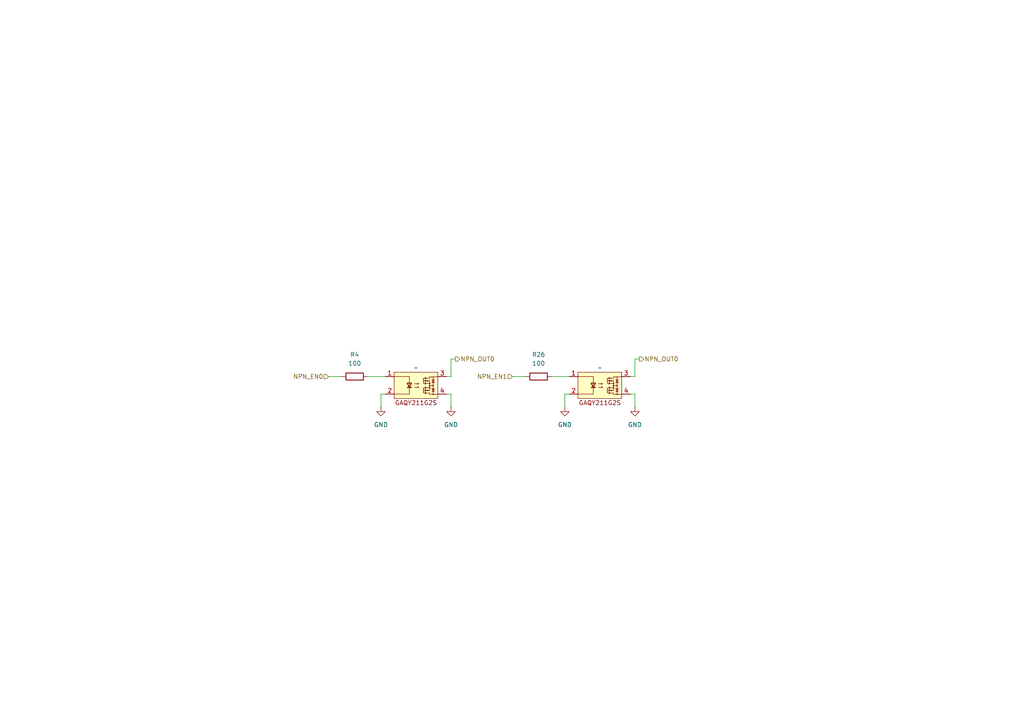
<source format=kicad_sch>
(kicad_sch
	(version 20250114)
	(generator "eeschema")
	(generator_version "9.0")
	(uuid "3e837694-2c7a-4ebe-97f6-8a4d7e3f262e")
	(paper "A4")
	(lib_symbols
		(symbol "Device:R"
			(pin_numbers
				(hide yes)
			)
			(pin_names
				(offset 0)
			)
			(exclude_from_sim no)
			(in_bom yes)
			(on_board yes)
			(property "Reference" "R"
				(at 2.032 0 90)
				(effects
					(font
						(size 1.27 1.27)
					)
				)
			)
			(property "Value" "R"
				(at 0 0 90)
				(effects
					(font
						(size 1.27 1.27)
					)
				)
			)
			(property "Footprint" ""
				(at -1.778 0 90)
				(effects
					(font
						(size 1.27 1.27)
					)
					(hide yes)
				)
			)
			(property "Datasheet" "~"
				(at 0 0 0)
				(effects
					(font
						(size 1.27 1.27)
					)
					(hide yes)
				)
			)
			(property "Description" "Resistor"
				(at 0 0 0)
				(effects
					(font
						(size 1.27 1.27)
					)
					(hide yes)
				)
			)
			(property "ki_keywords" "R res resistor"
				(at 0 0 0)
				(effects
					(font
						(size 1.27 1.27)
					)
					(hide yes)
				)
			)
			(property "ki_fp_filters" "R_*"
				(at 0 0 0)
				(effects
					(font
						(size 1.27 1.27)
					)
					(hide yes)
				)
			)
			(symbol "R_0_1"
				(rectangle
					(start -1.016 -2.54)
					(end 1.016 2.54)
					(stroke
						(width 0.254)
						(type default)
					)
					(fill
						(type none)
					)
				)
			)
			(symbol "R_1_1"
				(pin passive line
					(at 0 3.81 270)
					(length 1.27)
					(name "~"
						(effects
							(font
								(size 1.27 1.27)
							)
						)
					)
					(number "1"
						(effects
							(font
								(size 1.27 1.27)
							)
						)
					)
				)
				(pin passive line
					(at 0 -3.81 90)
					(length 1.27)
					(name "~"
						(effects
							(font
								(size 1.27 1.27)
							)
						)
					)
					(number "2"
						(effects
							(font
								(size 1.27 1.27)
							)
						)
					)
				)
			)
			(embedded_fonts no)
		)
		(symbol "Riqi_Parts:GAQY211G2S"
			(exclude_from_sim no)
			(in_bom yes)
			(on_board yes)
			(property "Reference" "U"
				(at 0 0 0)
				(effects
					(font
						(size 1.27 1.27)
					)
				)
			)
			(property "Value" ""
				(at 0 0 0)
				(effects
					(font
						(size 1.27 1.27)
					)
				)
			)
			(property "Footprint" "Package_SO:SO-4_4.4x4.3mm_P2.54mm"
				(at 0 0 0)
				(effects
					(font
						(size 1.27 1.27)
					)
					(hide yes)
				)
			)
			(property "Datasheet" "https://lcsc.com/datasheet/lcsc_datasheet_2411220035_SUPSiC-GAQY211G2S_C7435104.pdf"
				(at 0 0 0)
				(effects
					(font
						(size 1.27 1.27)
					)
					(hide yes)
				)
			)
			(property "Description" ""
				(at 0 0 0)
				(effects
					(font
						(size 1.27 1.27)
					)
					(hide yes)
				)
			)
			(symbol "GAQY211G2S_0_1"
				(polyline
					(pts
						(xy -2.54 -2.54) (xy 1.905 -2.54) (xy 1.905 -4.445)
					)
					(stroke
						(width 0)
						(type default)
					)
					(fill
						(type none)
					)
				)
				(polyline
					(pts
						(xy 1.27 -5.715) (xy 2.54 -5.715)
					)
					(stroke
						(width 0.254)
						(type default)
					)
					(fill
						(type none)
					)
				)
				(polyline
					(pts
						(xy 1.905 -4.191) (xy 1.905 -7.62) (xy -2.54 -7.62)
					)
					(stroke
						(width 0)
						(type default)
					)
					(fill
						(type none)
					)
				)
				(polyline
					(pts
						(xy 1.905 -5.715) (xy 1.27 -4.445) (xy 2.54 -4.445) (xy 1.905 -5.715)
					)
					(stroke
						(width 0.254)
						(type default)
					)
					(fill
						(type none)
					)
				)
				(polyline
					(pts
						(xy 3.4016 -4.6346) (xy 4.6716 -4.6346) (xy 4.2906 -4.7616) (xy 4.2906 -4.5076) (xy 4.6716 -4.6346)
					)
					(stroke
						(width 0)
						(type default)
					)
					(fill
						(type none)
					)
				)
				(polyline
					(pts
						(xy 3.4016 -5.6506) (xy 4.6716 -5.6506) (xy 4.2906 -5.7776) (xy 4.2906 -5.5236) (xy 4.6716 -5.6506)
					)
					(stroke
						(width 0)
						(type default)
					)
					(fill
						(type none)
					)
				)
				(polyline
					(pts
						(xy 6.004 -3.0018) (xy 6.004 -4.5258)
					)
					(stroke
						(width 0.2032)
						(type default)
					)
					(fill
						(type none)
					)
				)
				(polyline
					(pts
						(xy 6.004 -5.7958) (xy 6.004 -7.3198)
					)
					(stroke
						(width 0.2032)
						(type default)
					)
					(fill
						(type none)
					)
				)
				(polyline
					(pts
						(xy 6.512 -2.8748) (xy 6.512 -3.1288) (xy 6.512 -3.1288)
					)
					(stroke
						(width 0.3556)
						(type default)
					)
					(fill
						(type none)
					)
				)
				(polyline
					(pts
						(xy 6.512 -3.6368) (xy 6.512 -3.8908) (xy 6.512 -3.8908)
					)
					(stroke
						(width 0.3556)
						(type default)
					)
					(fill
						(type none)
					)
				)
				(polyline
					(pts
						(xy 6.512 -4.3988) (xy 6.512 -4.6528) (xy 6.512 -4.6528)
					)
					(stroke
						(width 0.3556)
						(type default)
					)
					(fill
						(type none)
					)
				)
				(polyline
					(pts
						(xy 6.512 -5.6688) (xy 6.512 -5.9228)
					)
					(stroke
						(width 0.3556)
						(type default)
					)
					(fill
						(type none)
					)
				)
				(polyline
					(pts
						(xy 6.512 -6.4308) (xy 6.512 -6.6848) (xy 6.512 -6.6848)
					)
					(stroke
						(width 0.3556)
						(type default)
					)
					(fill
						(type none)
					)
				)
				(polyline
					(pts
						(xy 6.512 -7.1928) (xy 6.512 -7.4468) (xy 6.512 -7.4468)
					)
					(stroke
						(width 0.3556)
						(type default)
					)
					(fill
						(type none)
					)
				)
				(polyline
					(pts
						(xy 6.639 -3.0018) (xy 7.782 -3.0018) (xy 7.782 -2.6208) (xy 10.068 -2.6208)
					)
					(stroke
						(width 0)
						(type default)
					)
					(fill
						(type none)
					)
				)
				(polyline
					(pts
						(xy 6.639 -3.7638) (xy 7.782 -3.7638) (xy 7.782 -4.5258)
					)
					(stroke
						(width 0)
						(type default)
					)
					(fill
						(type none)
					)
				)
				(polyline
					(pts
						(xy 6.639 -5.7958) (xy 7.782 -5.7958) (xy 7.782 -4.5258) (xy 6.639 -4.5258)
					)
					(stroke
						(width 0)
						(type default)
					)
					(fill
						(type none)
					)
				)
				(polyline
					(pts
						(xy 6.639 -6.5578) (xy 7.782 -6.5578) (xy 7.782 -5.7958)
					)
					(stroke
						(width 0)
						(type default)
					)
					(fill
						(type none)
					)
				)
				(polyline
					(pts
						(xy 6.639 -7.3198) (xy 7.782 -7.3198) (xy 7.782 -7.7008) (xy 10.068 -7.7008)
					)
					(stroke
						(width 0)
						(type default)
					)
					(fill
						(type none)
					)
				)
				(polyline
					(pts
						(xy 6.766 -3.7638) (xy 7.274 -3.6368) (xy 7.274 -3.8908) (xy 6.766 -3.7638)
					)
					(stroke
						(width 0)
						(type default)
					)
					(fill
						(type none)
					)
				)
				(polyline
					(pts
						(xy 6.766 -6.5578) (xy 7.274 -6.4308) (xy 7.274 -6.6848) (xy 6.766 -6.5578)
					)
					(stroke
						(width 0)
						(type default)
					)
					(fill
						(type none)
					)
				)
				(circle
					(center 7.782 -4.5258)
					(radius 0.127)
					(stroke
						(width 0)
						(type default)
					)
					(fill
						(type none)
					)
				)
				(polyline
					(pts
						(xy 7.782 -5.1608) (xy 8.798 -5.1608)
					)
					(stroke
						(width 0)
						(type default)
					)
					(fill
						(type none)
					)
				)
				(circle
					(center 7.782 -5.1608)
					(radius 0.127)
					(stroke
						(width 0)
						(type default)
					)
					(fill
						(type none)
					)
				)
				(circle
					(center 7.782 -5.7958)
					(radius 0.127)
					(stroke
						(width 0)
						(type default)
					)
					(fill
						(type none)
					)
				)
				(polyline
					(pts
						(xy 8.417 -3.5098) (xy 9.179 -3.5098)
					)
					(stroke
						(width 0)
						(type default)
					)
					(fill
						(type none)
					)
				)
				(polyline
					(pts
						(xy 8.417 -6.8118) (xy 9.179 -6.8118)
					)
					(stroke
						(width 0)
						(type default)
					)
					(fill
						(type none)
					)
				)
				(polyline
					(pts
						(xy 8.798 -3.5098) (xy 8.417 -4.2718) (xy 9.179 -4.2718) (xy 8.798 -3.5098)
					)
					(stroke
						(width 0)
						(type default)
					)
					(fill
						(type none)
					)
				)
				(circle
					(center 8.798 -5.1608)
					(radius 0.127)
					(stroke
						(width 0)
						(type default)
					)
					(fill
						(type none)
					)
				)
				(polyline
					(pts
						(xy 8.798 -6.8118) (xy 8.417 -6.0498) (xy 9.179 -6.0498) (xy 8.798 -6.8118)
					)
					(stroke
						(width 0)
						(type default)
					)
					(fill
						(type none)
					)
				)
				(polyline
					(pts
						(xy 8.798 -7.7008) (xy 8.798 -2.6208)
					)
					(stroke
						(width 0)
						(type default)
					)
					(fill
						(type none)
					)
				)
				(circle
					(center 8.798 -7.7008)
					(radius 0.127)
					(stroke
						(width 0)
						(type default)
					)
					(fill
						(type none)
					)
				)
			)
			(symbol "GAQY211G2S_1_1"
				(rectangle
					(start -2.54 -1.27)
					(end 10.16 -8.89)
					(stroke
						(width 0)
						(type solid)
					)
					(fill
						(type background)
					)
				)
				(text "GAQY211G2S\n"
					(at 3.81 -10.16 0)
					(effects
						(font
							(size 1.27 1.27)
						)
					)
				)
				(pin input line
					(at -5.08 -2.54 0)
					(length 2.54)
					(name ""
						(effects
							(font
								(size 1.27 1.27)
							)
						)
					)
					(number "1"
						(effects
							(font
								(size 1.27 1.27)
							)
						)
					)
				)
				(pin input line
					(at -5.08 -7.62 0)
					(length 2.54)
					(name ""
						(effects
							(font
								(size 1.27 1.27)
							)
						)
					)
					(number "2"
						(effects
							(font
								(size 1.27 1.27)
							)
						)
					)
				)
				(pin input line
					(at 12.7 -2.54 180)
					(length 2.54)
					(name ""
						(effects
							(font
								(size 1.27 1.27)
							)
						)
					)
					(number "3"
						(effects
							(font
								(size 1.27 1.27)
							)
						)
					)
				)
				(pin input line
					(at 12.7 -7.62 180)
					(length 2.54)
					(name ""
						(effects
							(font
								(size 1.27 1.27)
							)
						)
					)
					(number "4"
						(effects
							(font
								(size 1.27 1.27)
							)
						)
					)
				)
			)
			(embedded_fonts no)
		)
		(symbol "power:GND"
			(power)
			(pin_numbers
				(hide yes)
			)
			(pin_names
				(offset 0)
				(hide yes)
			)
			(exclude_from_sim no)
			(in_bom yes)
			(on_board yes)
			(property "Reference" "#PWR"
				(at 0 -6.35 0)
				(effects
					(font
						(size 1.27 1.27)
					)
					(hide yes)
				)
			)
			(property "Value" "GND"
				(at 0 -3.81 0)
				(effects
					(font
						(size 1.27 1.27)
					)
				)
			)
			(property "Footprint" ""
				(at 0 0 0)
				(effects
					(font
						(size 1.27 1.27)
					)
					(hide yes)
				)
			)
			(property "Datasheet" ""
				(at 0 0 0)
				(effects
					(font
						(size 1.27 1.27)
					)
					(hide yes)
				)
			)
			(property "Description" "Power symbol creates a global label with name \"GND\" , ground"
				(at 0 0 0)
				(effects
					(font
						(size 1.27 1.27)
					)
					(hide yes)
				)
			)
			(property "ki_keywords" "global power"
				(at 0 0 0)
				(effects
					(font
						(size 1.27 1.27)
					)
					(hide yes)
				)
			)
			(symbol "GND_0_1"
				(polyline
					(pts
						(xy 0 0) (xy 0 -1.27) (xy 1.27 -1.27) (xy 0 -2.54) (xy -1.27 -1.27) (xy 0 -1.27)
					)
					(stroke
						(width 0)
						(type default)
					)
					(fill
						(type none)
					)
				)
			)
			(symbol "GND_1_1"
				(pin power_in line
					(at 0 0 270)
					(length 0)
					(name "~"
						(effects
							(font
								(size 1.27 1.27)
							)
						)
					)
					(number "1"
						(effects
							(font
								(size 1.27 1.27)
							)
						)
					)
				)
			)
			(embedded_fonts no)
		)
	)
	(wire
		(pts
			(xy 182.88 114.3) (xy 184.15 114.3)
		)
		(stroke
			(width 0)
			(type default)
		)
		(uuid "0ae0e438-76ed-42f8-8438-213f8ef01c55")
	)
	(wire
		(pts
			(xy 110.49 118.11) (xy 110.49 114.3)
		)
		(stroke
			(width 0)
			(type default)
		)
		(uuid "0e7a5584-730d-41ed-a246-6516deaa9a34")
	)
	(wire
		(pts
			(xy 184.15 104.14) (xy 184.15 109.22)
		)
		(stroke
			(width 0)
			(type default)
		)
		(uuid "17bbdd7a-b20a-436d-9c5b-51d5e54fcbd7")
	)
	(wire
		(pts
			(xy 130.81 109.22) (xy 130.81 104.14)
		)
		(stroke
			(width 0)
			(type default)
		)
		(uuid "1f5384ef-c9c2-49a4-a086-4942d65ebca9")
	)
	(wire
		(pts
			(xy 160.02 109.22) (xy 165.1 109.22)
		)
		(stroke
			(width 0)
			(type default)
		)
		(uuid "22ee8440-1081-4291-8f9b-33ac74904a38")
	)
	(wire
		(pts
			(xy 106.68 109.22) (xy 111.76 109.22)
		)
		(stroke
			(width 0)
			(type default)
		)
		(uuid "3422d29f-24d5-4253-b902-f47258737a38")
	)
	(wire
		(pts
			(xy 163.83 114.3) (xy 165.1 114.3)
		)
		(stroke
			(width 0)
			(type default)
		)
		(uuid "397edd97-fe37-4581-89ca-3bf3895e31d7")
	)
	(wire
		(pts
			(xy 130.81 114.3) (xy 130.81 118.11)
		)
		(stroke
			(width 0)
			(type default)
		)
		(uuid "63b8bbf2-7dd0-4a21-a367-291ef2b335f7")
	)
	(wire
		(pts
			(xy 110.49 114.3) (xy 111.76 114.3)
		)
		(stroke
			(width 0)
			(type default)
		)
		(uuid "74596701-d7b4-4588-ad12-8e7b8629b9a0")
	)
	(wire
		(pts
			(xy 129.54 109.22) (xy 130.81 109.22)
		)
		(stroke
			(width 0)
			(type default)
		)
		(uuid "877033f5-17c8-4e34-837e-c30320dfd819")
	)
	(wire
		(pts
			(xy 148.59 109.22) (xy 152.4 109.22)
		)
		(stroke
			(width 0)
			(type default)
		)
		(uuid "8b420569-2995-4f79-b81d-723020ebf806")
	)
	(wire
		(pts
			(xy 129.54 114.3) (xy 130.81 114.3)
		)
		(stroke
			(width 0)
			(type default)
		)
		(uuid "9defac67-51ce-4bd0-ab3e-b05a8a35f560")
	)
	(wire
		(pts
			(xy 130.81 104.14) (xy 132.08 104.14)
		)
		(stroke
			(width 0)
			(type default)
		)
		(uuid "a55f94cf-8e06-4c70-837a-433199932bd8")
	)
	(wire
		(pts
			(xy 184.15 114.3) (xy 184.15 118.11)
		)
		(stroke
			(width 0)
			(type default)
		)
		(uuid "ad3d0793-f638-4df0-ba02-6bc6e4de774f")
	)
	(wire
		(pts
			(xy 182.88 109.22) (xy 184.15 109.22)
		)
		(stroke
			(width 0)
			(type default)
		)
		(uuid "aee723b5-6ab1-4714-9f39-544785188875")
	)
	(wire
		(pts
			(xy 163.83 118.11) (xy 163.83 114.3)
		)
		(stroke
			(width 0)
			(type default)
		)
		(uuid "bdc3ca04-d2f9-46b1-8cc0-98f7335426a0")
	)
	(wire
		(pts
			(xy 185.42 104.14) (xy 184.15 104.14)
		)
		(stroke
			(width 0)
			(type default)
		)
		(uuid "dfa0bf64-97a2-4395-b371-ba08c090da7b")
	)
	(wire
		(pts
			(xy 95.25 109.22) (xy 99.06 109.22)
		)
		(stroke
			(width 0)
			(type default)
		)
		(uuid "fa52a5de-ecc3-405d-98c3-06f63bad6c94")
	)
	(hierarchical_label "NPN_OUT0"
		(shape output)
		(at 185.42 104.14 0)
		(effects
			(font
				(size 1.27 1.27)
			)
			(justify left)
		)
		(uuid "380816bc-7b83-4c18-9ee3-d3562127d10e")
	)
	(hierarchical_label "NPN_OUT0"
		(shape output)
		(at 132.08 104.14 0)
		(effects
			(font
				(size 1.27 1.27)
			)
			(justify left)
		)
		(uuid "47a86c52-1a65-4fc4-be76-e434b9a88aa2")
	)
	(hierarchical_label "NPN_EN0"
		(shape input)
		(at 95.25 109.22 180)
		(effects
			(font
				(size 1.27 1.27)
			)
			(justify right)
		)
		(uuid "93d9215e-e597-4695-9b18-8cd3643ecb4b")
	)
	(hierarchical_label "NPN_EN1"
		(shape input)
		(at 148.59 109.22 180)
		(effects
			(font
				(size 1.27 1.27)
			)
			(justify right)
		)
		(uuid "d6d17522-6a2b-42d7-96a2-28290b03f981")
	)
	(symbol
		(lib_id "Device:R")
		(at 156.21 109.22 90)
		(unit 1)
		(exclude_from_sim no)
		(in_bom yes)
		(on_board yes)
		(dnp no)
		(fields_autoplaced yes)
		(uuid "029936f4-09ea-4ac9-b7a4-4e593b548819")
		(property "Reference" "R26"
			(at 156.21 102.87 90)
			(effects
				(font
					(size 1.27 1.27)
				)
			)
		)
		(property "Value" "100"
			(at 156.21 105.41 90)
			(effects
				(font
					(size 1.27 1.27)
				)
			)
		)
		(property "Footprint" ""
			(at 156.21 110.998 90)
			(effects
				(font
					(size 1.27 1.27)
				)
				(hide yes)
			)
		)
		(property "Datasheet" "~"
			(at 156.21 109.22 0)
			(effects
				(font
					(size 1.27 1.27)
				)
				(hide yes)
			)
		)
		(property "Description" "Resistor"
			(at 156.21 109.22 0)
			(effects
				(font
					(size 1.27 1.27)
				)
				(hide yes)
			)
		)
		(pin "1"
			(uuid "fa29aa94-7dc8-484a-af57-ec401f4347da")
		)
		(pin "2"
			(uuid "4c080623-50fe-4ef0-a7cc-68e0f9e53ad8")
		)
		(instances
			(project "NIVARA"
				(path "/8290cc18-06d0-4e02-a781-29a61ebc321a/9e4d7a0c-a5eb-4e88-9036-0c35e68b279a/70c9f439-c648-496e-a774-7d3c213f4c72"
					(reference "R26")
					(unit 1)
				)
			)
		)
	)
	(symbol
		(lib_id "power:GND")
		(at 110.49 118.11 0)
		(unit 1)
		(exclude_from_sim no)
		(in_bom yes)
		(on_board yes)
		(dnp no)
		(fields_autoplaced yes)
		(uuid "0631933b-318f-42cd-bc02-ee04017f1759")
		(property "Reference" "#PWR023"
			(at 110.49 124.46 0)
			(effects
				(font
					(size 1.27 1.27)
				)
				(hide yes)
			)
		)
		(property "Value" "GND"
			(at 110.49 123.19 0)
			(effects
				(font
					(size 1.27 1.27)
				)
			)
		)
		(property "Footprint" ""
			(at 110.49 118.11 0)
			(effects
				(font
					(size 1.27 1.27)
				)
				(hide yes)
			)
		)
		(property "Datasheet" ""
			(at 110.49 118.11 0)
			(effects
				(font
					(size 1.27 1.27)
				)
				(hide yes)
			)
		)
		(property "Description" "Power symbol creates a global label with name \"GND\" , ground"
			(at 110.49 118.11 0)
			(effects
				(font
					(size 1.27 1.27)
				)
				(hide yes)
			)
		)
		(pin "1"
			(uuid "c0e71cc5-f4f5-4b81-8645-3cfdf5603281")
		)
		(instances
			(project "NIVARA"
				(path "/8290cc18-06d0-4e02-a781-29a61ebc321a/9e4d7a0c-a5eb-4e88-9036-0c35e68b279a/70c9f439-c648-496e-a774-7d3c213f4c72"
					(reference "#PWR023")
					(unit 1)
				)
			)
		)
	)
	(symbol
		(lib_id "power:GND")
		(at 184.15 118.11 0)
		(unit 1)
		(exclude_from_sim no)
		(in_bom yes)
		(on_board yes)
		(dnp no)
		(fields_autoplaced yes)
		(uuid "087473a4-1806-46df-8d2e-30bd0c100b23")
		(property "Reference" "#PWR024"
			(at 184.15 124.46 0)
			(effects
				(font
					(size 1.27 1.27)
				)
				(hide yes)
			)
		)
		(property "Value" "GND"
			(at 184.15 123.19 0)
			(effects
				(font
					(size 1.27 1.27)
				)
			)
		)
		(property "Footprint" ""
			(at 184.15 118.11 0)
			(effects
				(font
					(size 1.27 1.27)
				)
				(hide yes)
			)
		)
		(property "Datasheet" ""
			(at 184.15 118.11 0)
			(effects
				(font
					(size 1.27 1.27)
				)
				(hide yes)
			)
		)
		(property "Description" "Power symbol creates a global label with name \"GND\" , ground"
			(at 184.15 118.11 0)
			(effects
				(font
					(size 1.27 1.27)
				)
				(hide yes)
			)
		)
		(pin "1"
			(uuid "1260ac20-f0d6-4fcb-8bcb-6ed3cc107ea6")
		)
		(instances
			(project "NIVARA"
				(path "/8290cc18-06d0-4e02-a781-29a61ebc321a/9e4d7a0c-a5eb-4e88-9036-0c35e68b279a/70c9f439-c648-496e-a774-7d3c213f4c72"
					(reference "#PWR024")
					(unit 1)
				)
			)
		)
	)
	(symbol
		(lib_id "power:GND")
		(at 130.81 118.11 0)
		(unit 1)
		(exclude_from_sim no)
		(in_bom yes)
		(on_board yes)
		(dnp no)
		(fields_autoplaced yes)
		(uuid "25dbe21f-f02e-4566-96bb-ce37342c1cf7")
		(property "Reference" "#PWR053"
			(at 130.81 124.46 0)
			(effects
				(font
					(size 1.27 1.27)
				)
				(hide yes)
			)
		)
		(property "Value" "GND"
			(at 130.81 123.19 0)
			(effects
				(font
					(size 1.27 1.27)
				)
			)
		)
		(property "Footprint" ""
			(at 130.81 118.11 0)
			(effects
				(font
					(size 1.27 1.27)
				)
				(hide yes)
			)
		)
		(property "Datasheet" ""
			(at 130.81 118.11 0)
			(effects
				(font
					(size 1.27 1.27)
				)
				(hide yes)
			)
		)
		(property "Description" "Power symbol creates a global label with name \"GND\" , ground"
			(at 130.81 118.11 0)
			(effects
				(font
					(size 1.27 1.27)
				)
				(hide yes)
			)
		)
		(pin "1"
			(uuid "5675daff-6396-42c8-b1ef-ff9db451d4d6")
		)
		(instances
			(project "NIVARA"
				(path "/8290cc18-06d0-4e02-a781-29a61ebc321a/9e4d7a0c-a5eb-4e88-9036-0c35e68b279a/70c9f439-c648-496e-a774-7d3c213f4c72"
					(reference "#PWR053")
					(unit 1)
				)
			)
		)
	)
	(symbol
		(lib_id "power:GND")
		(at 163.83 118.11 0)
		(unit 1)
		(exclude_from_sim no)
		(in_bom yes)
		(on_board yes)
		(dnp no)
		(fields_autoplaced yes)
		(uuid "9a06c0cd-7d2a-49c4-9269-d4517f132d2c")
		(property "Reference" "#PWR027"
			(at 163.83 124.46 0)
			(effects
				(font
					(size 1.27 1.27)
				)
				(hide yes)
			)
		)
		(property "Value" "GND"
			(at 163.83 123.19 0)
			(effects
				(font
					(size 1.27 1.27)
				)
			)
		)
		(property "Footprint" ""
			(at 163.83 118.11 0)
			(effects
				(font
					(size 1.27 1.27)
				)
				(hide yes)
			)
		)
		(property "Datasheet" ""
			(at 163.83 118.11 0)
			(effects
				(font
					(size 1.27 1.27)
				)
				(hide yes)
			)
		)
		(property "Description" "Power symbol creates a global label with name \"GND\" , ground"
			(at 163.83 118.11 0)
			(effects
				(font
					(size 1.27 1.27)
				)
				(hide yes)
			)
		)
		(pin "1"
			(uuid "b0ac9e43-7e35-47be-8735-7731ec166919")
		)
		(instances
			(project "NIVARA"
				(path "/8290cc18-06d0-4e02-a781-29a61ebc321a/9e4d7a0c-a5eb-4e88-9036-0c35e68b279a/70c9f439-c648-496e-a774-7d3c213f4c72"
					(reference "#PWR027")
					(unit 1)
				)
			)
		)
	)
	(symbol
		(lib_id "Device:R")
		(at 102.87 109.22 90)
		(unit 1)
		(exclude_from_sim no)
		(in_bom yes)
		(on_board yes)
		(dnp no)
		(fields_autoplaced yes)
		(uuid "b5f60497-ad3b-4862-8cf7-0748a5e4bdb2")
		(property "Reference" "R4"
			(at 102.87 102.87 90)
			(effects
				(font
					(size 1.27 1.27)
				)
			)
		)
		(property "Value" "100"
			(at 102.87 105.41 90)
			(effects
				(font
					(size 1.27 1.27)
				)
			)
		)
		(property "Footprint" ""
			(at 102.87 110.998 90)
			(effects
				(font
					(size 1.27 1.27)
				)
				(hide yes)
			)
		)
		(property "Datasheet" "~"
			(at 102.87 109.22 0)
			(effects
				(font
					(size 1.27 1.27)
				)
				(hide yes)
			)
		)
		(property "Description" "Resistor"
			(at 102.87 109.22 0)
			(effects
				(font
					(size 1.27 1.27)
				)
				(hide yes)
			)
		)
		(pin "1"
			(uuid "a3eb9eca-936b-4ccc-8b42-c02a93a19092")
		)
		(pin "2"
			(uuid "da65cd59-f2d4-40b1-879d-811fb8a8653a")
		)
		(instances
			(project "NIVARA"
				(path "/8290cc18-06d0-4e02-a781-29a61ebc321a/9e4d7a0c-a5eb-4e88-9036-0c35e68b279a/70c9f439-c648-496e-a774-7d3c213f4c72"
					(reference "R4")
					(unit 1)
				)
			)
		)
	)
	(symbol
		(lib_id "Riqi_Parts:GAQY211G2S")
		(at 170.18 106.68 0)
		(unit 1)
		(exclude_from_sim no)
		(in_bom yes)
		(on_board yes)
		(dnp no)
		(fields_autoplaced yes)
		(uuid "dd511293-53fb-4005-97a6-3f8c9c854a27")
		(property "Reference" "U12"
			(at 173.99 104.14 0)
			(effects
				(font
					(size 1.27 1.27)
				)
				(hide yes)
			)
		)
		(property "Value" "~"
			(at 173.99 106.68 0)
			(effects
				(font
					(size 1.27 1.27)
				)
			)
		)
		(property "Footprint" "Package_SO:SO-4_4.4x4.3mm_P2.54mm"
			(at 170.18 106.68 0)
			(effects
				(font
					(size 1.27 1.27)
				)
				(hide yes)
			)
		)
		(property "Datasheet" "https://lcsc.com/datasheet/lcsc_datasheet_2411220035_SUPSiC-GAQY211G2S_C7435104.pdf"
			(at 170.18 106.68 0)
			(effects
				(font
					(size 1.27 1.27)
				)
				(hide yes)
			)
		)
		(property "Description" ""
			(at 170.18 106.68 0)
			(effects
				(font
					(size 1.27 1.27)
				)
				(hide yes)
			)
		)
		(pin "3"
			(uuid "99ea6209-8a4f-4f63-bd53-75eca52e0d3e")
		)
		(pin "1"
			(uuid "be768a19-6c7f-49a3-9207-c8f3287a45eb")
		)
		(pin "2"
			(uuid "2fc57600-6cce-4de9-a6c0-d6bcfc0971b4")
		)
		(pin "4"
			(uuid "7a18c126-18d3-4c28-a698-82bba4409c70")
		)
		(instances
			(project "NIVARA"
				(path "/8290cc18-06d0-4e02-a781-29a61ebc321a/9e4d7a0c-a5eb-4e88-9036-0c35e68b279a/70c9f439-c648-496e-a774-7d3c213f4c72"
					(reference "U12")
					(unit 1)
				)
			)
		)
	)
	(symbol
		(lib_id "Riqi_Parts:GAQY211G2S")
		(at 116.84 106.68 0)
		(unit 1)
		(exclude_from_sim no)
		(in_bom yes)
		(on_board yes)
		(dnp no)
		(fields_autoplaced yes)
		(uuid "ef2e1e6d-56df-48a5-81e2-ece571d6eb87")
		(property "Reference" "U5"
			(at 120.65 104.14 0)
			(effects
				(font
					(size 1.27 1.27)
				)
				(hide yes)
			)
		)
		(property "Value" "~"
			(at 120.65 106.68 0)
			(effects
				(font
					(size 1.27 1.27)
				)
			)
		)
		(property "Footprint" "Package_SO:SO-4_4.4x4.3mm_P2.54mm"
			(at 116.84 106.68 0)
			(effects
				(font
					(size 1.27 1.27)
				)
				(hide yes)
			)
		)
		(property "Datasheet" "https://lcsc.com/datasheet/lcsc_datasheet_2411220035_SUPSiC-GAQY211G2S_C7435104.pdf"
			(at 116.84 106.68 0)
			(effects
				(font
					(size 1.27 1.27)
				)
				(hide yes)
			)
		)
		(property "Description" ""
			(at 116.84 106.68 0)
			(effects
				(font
					(size 1.27 1.27)
				)
				(hide yes)
			)
		)
		(pin "3"
			(uuid "2c251db6-14da-4569-877c-89fc0e64c197")
		)
		(pin "1"
			(uuid "2c987659-87c8-4f81-b4b4-644946dca92b")
		)
		(pin "2"
			(uuid "9cbfd3ca-e58e-456b-8fa6-c2ba40429acb")
		)
		(pin "4"
			(uuid "c1f61496-23b8-405f-9f93-7eff9a9cc7ce")
		)
		(instances
			(project "NIVARA"
				(path "/8290cc18-06d0-4e02-a781-29a61ebc321a/9e4d7a0c-a5eb-4e88-9036-0c35e68b279a/70c9f439-c648-496e-a774-7d3c213f4c72"
					(reference "U5")
					(unit 1)
				)
			)
		)
	)
)

</source>
